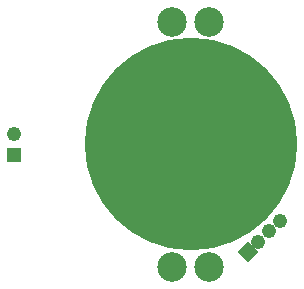
<source format=gbs>
G04 Layer_Color=16711935*
%FSLAX25Y25*%
%MOIN*%
G70*
G01*
G75*
%ADD43C,0.09855*%
%ADD44C,0.04761*%
%ADD45R,0.04761X0.04759*%
G04:AMPARAMS|DCode=46|XSize=47.59mil|YSize=47.61mil|CornerRadius=0mil|HoleSize=0mil|Usage=FLASHONLY|Rotation=45.000|XOffset=0mil|YOffset=0mil|HoleType=Round|Shape=Rectangle|*
%AMROTATEDRECTD46*
4,1,4,0.00001,-0.03366,-0.03366,0.00001,-0.00001,0.03366,0.03366,-0.00001,0.00001,-0.03366,0.0*
%
%ADD46ROTATEDRECTD46*%

%ADD47C,0.03500*%
%ADD48C,0.70879*%
D43*
X-6299Y40945D02*
D03*
X5906D02*
D03*
X-6299Y-40945D02*
D03*
X5906D02*
D03*
D44*
X-58815Y3500D02*
D03*
X22535Y-32465D02*
D03*
X29607Y-25393D02*
D03*
X26071Y-28929D02*
D03*
D45*
X-58815Y-3500D02*
D03*
D46*
X19000Y-36000D02*
D03*
D47*
X-33000Y-500D02*
D03*
X-18000Y26500D02*
D03*
X28000Y7500D02*
D03*
X10000D02*
D03*
X-9500Y-9500D02*
D03*
D48*
X0Y0D02*
D03*
M02*

</source>
